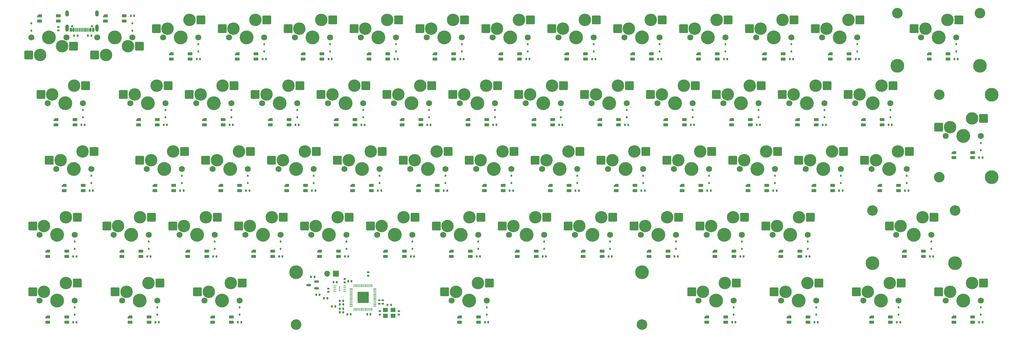
<source format=gbr>
%TF.GenerationSoftware,KiCad,Pcbnew,8.0.3*%
%TF.CreationDate,2024-11-28T23:23:20+08:00*%
%TF.ProjectId,PH60_Rev2,50483630-5f52-4657-9632-2e6b69636164,rev?*%
%TF.SameCoordinates,Original*%
%TF.FileFunction,Soldermask,Bot*%
%TF.FilePolarity,Negative*%
%FSLAX46Y46*%
G04 Gerber Fmt 4.6, Leading zero omitted, Abs format (unit mm)*
G04 Created by KiCad (PCBNEW 8.0.3) date 2024-11-28 23:23:20*
%MOMM*%
%LPD*%
G01*
G04 APERTURE LIST*
G04 Aperture macros list*
%AMRoundRect*
0 Rectangle with rounded corners*
0 $1 Rounding radius*
0 $2 $3 $4 $5 $6 $7 $8 $9 X,Y pos of 4 corners*
0 Add a 4 corners polygon primitive as box body*
4,1,4,$2,$3,$4,$5,$6,$7,$8,$9,$2,$3,0*
0 Add four circle primitives for the rounded corners*
1,1,$1+$1,$2,$3*
1,1,$1+$1,$4,$5*
1,1,$1+$1,$6,$7*
1,1,$1+$1,$8,$9*
0 Add four rect primitives between the rounded corners*
20,1,$1+$1,$2,$3,$4,$5,0*
20,1,$1+$1,$4,$5,$6,$7,0*
20,1,$1+$1,$6,$7,$8,$9,0*
20,1,$1+$1,$8,$9,$2,$3,0*%
%AMFreePoly0*
4,1,18,-0.410000,0.593000,-0.403758,0.624380,-0.385983,0.650983,-0.359380,0.668758,-0.328000,0.675000,0.328000,0.675000,0.359380,0.668758,0.385983,0.650983,0.403758,0.624380,0.410000,0.593000,0.410000,-0.593000,0.403758,-0.624380,0.385983,-0.650983,0.359380,-0.668758,0.328000,-0.675000,0.000000,-0.675000,-0.410000,-0.265000,-0.410000,0.593000,-0.410000,0.593000,$1*%
G04 Aperture macros list end*
%ADD10RoundRect,0.250000X-1.025000X-1.000000X1.025000X-1.000000X1.025000X1.000000X-1.025000X1.000000X0*%
%ADD11C,1.750000*%
%ADD12C,4.000000*%
%ADD13C,3.600000*%
%ADD14RoundRect,0.250000X1.025000X1.000000X-1.025000X1.000000X-1.025000X-1.000000X1.025000X-1.000000X0*%
%ADD15C,3.048000*%
%ADD16C,3.987800*%
%ADD17RoundRect,0.140000X-0.140000X-0.170000X0.140000X-0.170000X0.140000X0.170000X-0.140000X0.170000X0*%
%ADD18RoundRect,0.112500X0.112500X-0.187500X0.112500X0.187500X-0.112500X0.187500X-0.112500X-0.187500X0*%
%ADD19RoundRect,0.082000X-0.593000X0.328000X-0.593000X-0.328000X0.593000X-0.328000X0.593000X0.328000X0*%
%ADD20FreePoly0,270.000000*%
%ADD21RoundRect,0.140000X0.140000X0.170000X-0.140000X0.170000X-0.140000X-0.170000X0.140000X-0.170000X0*%
%ADD22RoundRect,0.140000X-0.170000X0.140000X-0.170000X-0.140000X0.170000X-0.140000X0.170000X0.140000X0*%
%ADD23RoundRect,0.150000X0.512500X0.150000X-0.512500X0.150000X-0.512500X-0.150000X0.512500X-0.150000X0*%
%ADD24RoundRect,0.050000X-0.050000X0.387500X-0.050000X-0.387500X0.050000X-0.387500X0.050000X0.387500X0*%
%ADD25RoundRect,0.050000X-0.387500X0.050000X-0.387500X-0.050000X0.387500X-0.050000X0.387500X0.050000X0*%
%ADD26R,3.200000X3.200000*%
%ADD27RoundRect,0.135000X-0.135000X-0.185000X0.135000X-0.185000X0.135000X0.185000X-0.135000X0.185000X0*%
%ADD28RoundRect,0.112500X-0.112500X0.187500X-0.112500X-0.187500X0.112500X-0.187500X0.112500X0.187500X0*%
%ADD29RoundRect,0.135000X0.135000X0.185000X-0.135000X0.185000X-0.135000X-0.185000X0.135000X-0.185000X0*%
%ADD30R,1.700000X1.700000*%
%ADD31O,1.700000X1.700000*%
%ADD32RoundRect,0.140000X0.170000X-0.140000X0.170000X0.140000X-0.170000X0.140000X-0.170000X-0.140000X0*%
%ADD33RoundRect,0.062500X0.387500X0.062500X-0.387500X0.062500X-0.387500X-0.062500X0.387500X-0.062500X0*%
%ADD34R,0.200000X1.600000*%
%ADD35RoundRect,0.135000X-0.185000X0.135000X-0.185000X-0.135000X0.185000X-0.135000X0.185000X0.135000X0*%
%ADD36C,0.650000*%
%ADD37RoundRect,0.150000X-0.150000X-0.425000X0.150000X-0.425000X0.150000X0.425000X-0.150000X0.425000X0*%
%ADD38RoundRect,0.075000X-0.075000X-0.500000X0.075000X-0.500000X0.075000X0.500000X-0.075000X0.500000X0*%
%ADD39O,1.000000X1.800000*%
%ADD40O,1.000000X2.100000*%
%ADD41R,1.400000X1.200000*%
G04 APERTURE END LIST*
D10*
%TO.C,S30*%
X64352500Y-73660000D03*
D11*
X66357500Y-76200000D03*
D12*
X71437500Y-76200000D03*
D11*
X76517500Y-76200000D03*
D10*
X77279500Y-71120000D03*
D13*
X67627500Y-73660000D03*
X73977500Y-71120000D03*
%TD*%
D10*
%TO.C,S27*%
X269140000Y-54610000D03*
D11*
X271145000Y-57150000D03*
D12*
X276225000Y-57150000D03*
D11*
X281305000Y-57150000D03*
D10*
X282067000Y-52070000D03*
D13*
X272415000Y-54610000D03*
X278765000Y-52070000D03*
%TD*%
D10*
%TO.C,S42*%
X33396250Y-92710000D03*
D11*
X35401250Y-95250000D03*
D12*
X40481250Y-95250000D03*
D11*
X45561250Y-95250000D03*
D10*
X46323250Y-90170000D03*
D13*
X36671250Y-92710000D03*
X43021250Y-90170000D03*
%TD*%
D10*
%TO.C,S32*%
X102452500Y-73660000D03*
D11*
X104457500Y-76200000D03*
D12*
X109537500Y-76200000D03*
D11*
X114617500Y-76200000D03*
D10*
X115379500Y-71120000D03*
D13*
X105727500Y-73660000D03*
X112077500Y-71120000D03*
%TD*%
D10*
%TO.C,S38*%
X216752500Y-73660000D03*
D11*
X218757500Y-76200000D03*
D12*
X223837500Y-76200000D03*
D11*
X228917500Y-76200000D03*
D10*
X229679500Y-71120000D03*
D13*
X220027500Y-73660000D03*
X226377500Y-71120000D03*
%TD*%
D10*
%TO.C,S35*%
X159602500Y-73660000D03*
D11*
X161607500Y-76200000D03*
D12*
X166687500Y-76200000D03*
D11*
X171767500Y-76200000D03*
D10*
X172529500Y-71120000D03*
D13*
X162877500Y-73660000D03*
X169227500Y-71120000D03*
%TD*%
D10*
%TO.C,S4*%
X88165000Y-35560000D03*
D11*
X90170000Y-38100000D03*
D12*
X95250000Y-38100000D03*
D11*
X100330000Y-38100000D03*
D10*
X101092000Y-33020000D03*
D13*
X91440000Y-35560000D03*
X97790000Y-33020000D03*
%TD*%
D14*
%TO.C,S2*%
X64235000Y-40640000D03*
D11*
X62230000Y-38100000D03*
D12*
X57150000Y-38100000D03*
D11*
X52070000Y-38100000D03*
D14*
X51308000Y-43180000D03*
D13*
X60960000Y-40640000D03*
X54610000Y-43180000D03*
%TD*%
D10*
%TO.C,S22*%
X173890000Y-54610000D03*
D11*
X175895000Y-57150000D03*
D12*
X180975000Y-57150000D03*
D11*
X186055000Y-57150000D03*
D10*
X186817000Y-52070000D03*
D13*
X177165000Y-54610000D03*
X183515000Y-52070000D03*
%TD*%
D10*
%TO.C,S28*%
X295333750Y-64135000D03*
D11*
X297338750Y-66675000D03*
D12*
X302418750Y-66675000D03*
D11*
X307498750Y-66675000D03*
D10*
X308260750Y-61595000D03*
D13*
X298608750Y-64135000D03*
X304958750Y-61595000D03*
%TD*%
D10*
%TO.C,S46*%
X111977500Y-92710000D03*
D11*
X113982500Y-95250000D03*
D12*
X119062500Y-95250000D03*
D11*
X124142500Y-95250000D03*
D10*
X124904500Y-90170000D03*
D13*
X115252500Y-92710000D03*
X121602500Y-90170000D03*
%TD*%
D15*
%TO.C,REF\u002A\u002A*%
X295433750Y-78613000D03*
D16*
X310643750Y-78613000D03*
D15*
X295433750Y-54737000D03*
D16*
X310643750Y-54737000D03*
%TD*%
D14*
%TO.C,S1*%
X45185000Y-40640000D03*
D11*
X43180000Y-38100000D03*
D12*
X38100000Y-38100000D03*
D11*
X33020000Y-38100000D03*
D14*
X32258000Y-43180000D03*
D13*
X41910000Y-40640000D03*
X35560000Y-43180000D03*
%TD*%
D10*
%TO.C,S54*%
X281046250Y-92710000D03*
D11*
X283051250Y-95250000D03*
D12*
X288131250Y-95250000D03*
D11*
X293211250Y-95250000D03*
D10*
X293973250Y-90170000D03*
D13*
X284321250Y-92710000D03*
X290671250Y-90170000D03*
%TD*%
D10*
%TO.C,S10*%
X202465000Y-35560000D03*
D11*
X204470000Y-38100000D03*
D12*
X209550000Y-38100000D03*
D11*
X214630000Y-38100000D03*
D10*
X215392000Y-33020000D03*
D13*
X205740000Y-35560000D03*
X212090000Y-33020000D03*
%TD*%
D15*
%TO.C,REF\u002A\u002A*%
X283337000Y-31115000D03*
D16*
X283337000Y-46325000D03*
D15*
X307213000Y-31115000D03*
D16*
X307213000Y-46325000D03*
%TD*%
D10*
%TO.C,S34*%
X140552500Y-73660000D03*
D11*
X142557500Y-76200000D03*
D12*
X147637500Y-76200000D03*
D11*
X152717500Y-76200000D03*
D10*
X153479500Y-71120000D03*
D13*
X143827500Y-73660000D03*
X150177500Y-71120000D03*
%TD*%
D10*
%TO.C,S15*%
X35777500Y-54610000D03*
D11*
X37782500Y-57150000D03*
D12*
X42862500Y-57150000D03*
D11*
X47942500Y-57150000D03*
D10*
X48704500Y-52070000D03*
D13*
X39052500Y-54610000D03*
X45402500Y-52070000D03*
%TD*%
D10*
%TO.C,S56*%
X57208750Y-111760000D03*
D11*
X59213750Y-114300000D03*
D12*
X64293750Y-114300000D03*
D11*
X69373750Y-114300000D03*
D10*
X70135750Y-109220000D03*
D13*
X60483750Y-111760000D03*
X66833750Y-109220000D03*
%TD*%
D10*
%TO.C,S20*%
X135790000Y-54610000D03*
D11*
X137795000Y-57150000D03*
D12*
X142875000Y-57150000D03*
D11*
X147955000Y-57150000D03*
D10*
X148717000Y-52070000D03*
D13*
X139065000Y-54610000D03*
X145415000Y-52070000D03*
%TD*%
D10*
%TO.C,S17*%
X78640000Y-54610000D03*
D11*
X80645000Y-57150000D03*
D12*
X85725000Y-57150000D03*
D11*
X90805000Y-57150000D03*
D10*
X91567000Y-52070000D03*
D13*
X81915000Y-54610000D03*
X88265000Y-52070000D03*
%TD*%
D10*
%TO.C,S31*%
X83402500Y-73660000D03*
D11*
X85407500Y-76200000D03*
D12*
X90487500Y-76200000D03*
D11*
X95567500Y-76200000D03*
D10*
X96329500Y-71120000D03*
D13*
X86677500Y-73660000D03*
X93027500Y-71120000D03*
%TD*%
D15*
%TO.C,REF\u002A\u002A*%
X276193250Y-88265000D03*
D16*
X276193250Y-103475000D03*
D15*
X300069250Y-88265000D03*
D16*
X300069250Y-103475000D03*
%TD*%
D10*
%TO.C,S48*%
X150077500Y-92710000D03*
D11*
X152082500Y-95250000D03*
D12*
X157162500Y-95250000D03*
D11*
X162242500Y-95250000D03*
D10*
X163004500Y-90170000D03*
D13*
X153352500Y-92710000D03*
X159702500Y-90170000D03*
%TD*%
D10*
%TO.C,S51*%
X207227500Y-92710000D03*
D11*
X209232500Y-95250000D03*
D12*
X214312500Y-95250000D03*
D11*
X219392500Y-95250000D03*
D10*
X220154500Y-90170000D03*
D13*
X210502500Y-92710000D03*
X216852500Y-90170000D03*
%TD*%
D10*
%TO.C,S23*%
X192940000Y-54610000D03*
D11*
X194945000Y-57150000D03*
D12*
X200025000Y-57150000D03*
D11*
X205105000Y-57150000D03*
D10*
X205867000Y-52070000D03*
D13*
X196215000Y-54610000D03*
X202565000Y-52070000D03*
%TD*%
D10*
%TO.C,S50*%
X188177500Y-92710000D03*
D11*
X190182500Y-95250000D03*
D12*
X195262500Y-95250000D03*
D11*
X200342500Y-95250000D03*
D10*
X201104500Y-90170000D03*
D13*
X191452500Y-92710000D03*
X197802500Y-90170000D03*
%TD*%
D10*
%TO.C,S18*%
X97690000Y-54610000D03*
D11*
X99695000Y-57150000D03*
D12*
X104775000Y-57150000D03*
D11*
X109855000Y-57150000D03*
D10*
X110617000Y-52070000D03*
D13*
X100965000Y-54610000D03*
X107315000Y-52070000D03*
%TD*%
D10*
%TO.C,S33*%
X121502500Y-73660000D03*
D11*
X123507500Y-76200000D03*
D12*
X128587500Y-76200000D03*
D11*
X133667500Y-76200000D03*
D10*
X134429500Y-71120000D03*
D13*
X124777500Y-73660000D03*
X131127500Y-71120000D03*
%TD*%
D10*
%TO.C,S61*%
X271521250Y-111760000D03*
D11*
X273526250Y-114300000D03*
D12*
X278606250Y-114300000D03*
D11*
X283686250Y-114300000D03*
D10*
X284448250Y-109220000D03*
D13*
X274796250Y-111760000D03*
X281146250Y-109220000D03*
%TD*%
D10*
%TO.C,S16*%
X59590000Y-54610000D03*
D11*
X61595000Y-57150000D03*
D12*
X66675000Y-57150000D03*
D11*
X71755000Y-57150000D03*
D10*
X72517000Y-52070000D03*
D13*
X62865000Y-54610000D03*
X69215000Y-52070000D03*
%TD*%
D10*
%TO.C,S60*%
X247708750Y-111760000D03*
D11*
X249713750Y-114300000D03*
D12*
X254793750Y-114300000D03*
D11*
X259873750Y-114300000D03*
D10*
X260635750Y-109220000D03*
D13*
X250983750Y-111760000D03*
X257333750Y-109220000D03*
%TD*%
D10*
%TO.C,S58*%
X152458750Y-111760000D03*
D11*
X154463750Y-114300000D03*
D12*
X159543750Y-114300000D03*
D11*
X164623750Y-114300000D03*
D10*
X165385750Y-109220000D03*
D13*
X155733750Y-111760000D03*
X162083750Y-109220000D03*
%TD*%
D10*
%TO.C,S24*%
X211990000Y-54610000D03*
D11*
X213995000Y-57150000D03*
D12*
X219075000Y-57150000D03*
D11*
X224155000Y-57150000D03*
D10*
X224917000Y-52070000D03*
D13*
X215265000Y-54610000D03*
X221615000Y-52070000D03*
%TD*%
D10*
%TO.C,S29*%
X38158750Y-73660000D03*
D11*
X40163750Y-76200000D03*
D12*
X45243750Y-76200000D03*
D11*
X50323750Y-76200000D03*
D10*
X51085750Y-71120000D03*
D13*
X41433750Y-73660000D03*
X47783750Y-71120000D03*
%TD*%
D10*
%TO.C,S37*%
X197702500Y-73660000D03*
D11*
X199707500Y-76200000D03*
D12*
X204787500Y-76200000D03*
D11*
X209867500Y-76200000D03*
D10*
X210629500Y-71120000D03*
D13*
X200977500Y-73660000D03*
X207327500Y-71120000D03*
%TD*%
D10*
%TO.C,S43*%
X54827500Y-92710000D03*
D11*
X56832500Y-95250000D03*
D12*
X61912500Y-95250000D03*
D11*
X66992500Y-95250000D03*
D10*
X67754500Y-90170000D03*
D13*
X58102500Y-92710000D03*
X64452500Y-90170000D03*
%TD*%
D10*
%TO.C,S3*%
X69115000Y-35560000D03*
D11*
X71120000Y-38100000D03*
D12*
X76200000Y-38100000D03*
D11*
X81280000Y-38100000D03*
D10*
X82042000Y-33020000D03*
D13*
X72390000Y-35560000D03*
X78740000Y-33020000D03*
%TD*%
D10*
%TO.C,S36*%
X178652500Y-73660000D03*
D11*
X180657500Y-76200000D03*
D12*
X185737500Y-76200000D03*
D11*
X190817500Y-76200000D03*
D10*
X191579500Y-71120000D03*
D13*
X181927500Y-73660000D03*
X188277500Y-71120000D03*
%TD*%
D10*
%TO.C,S6*%
X126265000Y-35560000D03*
D11*
X128270000Y-38100000D03*
D12*
X133350000Y-38100000D03*
D11*
X138430000Y-38100000D03*
D10*
X139192000Y-33020000D03*
D13*
X129540000Y-35560000D03*
X135890000Y-33020000D03*
%TD*%
D10*
%TO.C,S55*%
X33396250Y-111760000D03*
D11*
X35401250Y-114300000D03*
D12*
X40481250Y-114300000D03*
D11*
X45561250Y-114300000D03*
D10*
X46323250Y-109220000D03*
D13*
X36671250Y-111760000D03*
X43021250Y-109220000D03*
%TD*%
D10*
%TO.C,S25*%
X231040000Y-54610000D03*
D11*
X233045000Y-57150000D03*
D12*
X238125000Y-57150000D03*
D11*
X243205000Y-57150000D03*
D10*
X243967000Y-52070000D03*
D13*
X234315000Y-54610000D03*
X240665000Y-52070000D03*
%TD*%
D10*
%TO.C,S9*%
X183415000Y-35560000D03*
D11*
X185420000Y-38100000D03*
D12*
X190500000Y-38100000D03*
D11*
X195580000Y-38100000D03*
D10*
X196342000Y-33020000D03*
D13*
X186690000Y-35560000D03*
X193040000Y-33020000D03*
%TD*%
D10*
%TO.C,S26*%
X250090000Y-54610000D03*
D11*
X252095000Y-57150000D03*
D12*
X257175000Y-57150000D03*
D11*
X262255000Y-57150000D03*
D10*
X263017000Y-52070000D03*
D13*
X253365000Y-54610000D03*
X259715000Y-52070000D03*
%TD*%
D10*
%TO.C,S11*%
X221515000Y-35560000D03*
D11*
X223520000Y-38100000D03*
D12*
X228600000Y-38100000D03*
D11*
X233680000Y-38100000D03*
D10*
X234442000Y-33020000D03*
D13*
X224790000Y-35560000D03*
X231140000Y-33020000D03*
%TD*%
D10*
%TO.C,S59*%
X223896250Y-111760000D03*
D11*
X225901250Y-114300000D03*
D12*
X230981250Y-114300000D03*
D11*
X236061250Y-114300000D03*
D10*
X236823250Y-109220000D03*
D13*
X227171250Y-111760000D03*
X233521250Y-109220000D03*
%TD*%
D10*
%TO.C,S53*%
X245327500Y-92710000D03*
D11*
X247332500Y-95250000D03*
D12*
X252412500Y-95250000D03*
D11*
X257492500Y-95250000D03*
D10*
X258254500Y-90170000D03*
D13*
X248602500Y-92710000D03*
X254952500Y-90170000D03*
%TD*%
D10*
%TO.C,S12*%
X240565000Y-35560000D03*
D11*
X242570000Y-38100000D03*
D12*
X247650000Y-38100000D03*
D11*
X252730000Y-38100000D03*
D10*
X253492000Y-33020000D03*
D13*
X243840000Y-35560000D03*
X250190000Y-33020000D03*
%TD*%
D10*
%TO.C,S57*%
X81021250Y-111760000D03*
D11*
X83026250Y-114300000D03*
D12*
X88106250Y-114300000D03*
D11*
X93186250Y-114300000D03*
D10*
X93948250Y-109220000D03*
D13*
X84296250Y-111760000D03*
X90646250Y-109220000D03*
%TD*%
D10*
%TO.C,S8*%
X164365000Y-35560000D03*
D11*
X166370000Y-38100000D03*
D12*
X171450000Y-38100000D03*
D11*
X176530000Y-38100000D03*
D10*
X177292000Y-33020000D03*
D13*
X167640000Y-35560000D03*
X173990000Y-33020000D03*
%TD*%
D10*
%TO.C,S13*%
X259615000Y-35560000D03*
D11*
X261620000Y-38100000D03*
D12*
X266700000Y-38100000D03*
D11*
X271780000Y-38100000D03*
D10*
X272542000Y-33020000D03*
D13*
X262890000Y-35560000D03*
X269240000Y-33020000D03*
%TD*%
D10*
%TO.C,S14*%
X288190000Y-35560000D03*
D11*
X290195000Y-38100000D03*
D12*
X295275000Y-38100000D03*
D11*
X300355000Y-38100000D03*
D10*
X301117000Y-33020000D03*
D13*
X291465000Y-35560000D03*
X297815000Y-33020000D03*
%TD*%
D10*
%TO.C,S21*%
X154840000Y-54610000D03*
D11*
X156845000Y-57150000D03*
D12*
X161925000Y-57150000D03*
D11*
X167005000Y-57150000D03*
D10*
X167767000Y-52070000D03*
D13*
X158115000Y-54610000D03*
X164465000Y-52070000D03*
%TD*%
D10*
%TO.C,S19*%
X116740000Y-54610000D03*
D11*
X118745000Y-57150000D03*
D12*
X123825000Y-57150000D03*
D11*
X128905000Y-57150000D03*
D10*
X129667000Y-52070000D03*
D13*
X120015000Y-54610000D03*
X126365000Y-52070000D03*
%TD*%
D15*
%TO.C,REF\u002A\u002A*%
X209543750Y-121285000D03*
D16*
X209543750Y-106075000D03*
D15*
X109543750Y-121285000D03*
D16*
X109543750Y-106075000D03*
%TD*%
D10*
%TO.C,S5*%
X107215000Y-35560000D03*
D11*
X109220000Y-38100000D03*
D12*
X114300000Y-38100000D03*
D11*
X119380000Y-38100000D03*
D10*
X120142000Y-33020000D03*
D13*
X110490000Y-35560000D03*
X116840000Y-33020000D03*
%TD*%
D10*
%TO.C,S45*%
X92927500Y-92710000D03*
D11*
X94932500Y-95250000D03*
D12*
X100012500Y-95250000D03*
D11*
X105092500Y-95250000D03*
D10*
X105854500Y-90170000D03*
D13*
X96202500Y-92710000D03*
X102552500Y-90170000D03*
%TD*%
D10*
%TO.C,S62*%
X295333750Y-111760000D03*
D11*
X297338750Y-114300000D03*
D12*
X302418750Y-114300000D03*
D11*
X307498750Y-114300000D03*
D10*
X308260750Y-109220000D03*
D13*
X298608750Y-111760000D03*
X304958750Y-109220000D03*
%TD*%
D10*
%TO.C,S52*%
X226277500Y-92710000D03*
D11*
X228282500Y-95250000D03*
D12*
X233362500Y-95250000D03*
D11*
X238442500Y-95250000D03*
D10*
X239204500Y-90170000D03*
D13*
X229552500Y-92710000D03*
X235902500Y-90170000D03*
%TD*%
D10*
%TO.C,S7*%
X145315000Y-35560000D03*
D11*
X147320000Y-38100000D03*
D12*
X152400000Y-38100000D03*
D11*
X157480000Y-38100000D03*
D10*
X158242000Y-33020000D03*
D13*
X148590000Y-35560000D03*
X154940000Y-33020000D03*
%TD*%
D10*
%TO.C,S41*%
X273902500Y-73660000D03*
D11*
X275907500Y-76200000D03*
D12*
X280987500Y-76200000D03*
D11*
X286067500Y-76200000D03*
D10*
X286829500Y-71120000D03*
D13*
X277177500Y-73660000D03*
X283527500Y-71120000D03*
%TD*%
D10*
%TO.C,S49*%
X169127500Y-92710000D03*
D11*
X171132500Y-95250000D03*
D12*
X176212500Y-95250000D03*
D11*
X181292500Y-95250000D03*
D10*
X182054500Y-90170000D03*
D13*
X172402500Y-92710000D03*
X178752500Y-90170000D03*
%TD*%
D10*
%TO.C,S44*%
X73877500Y-92710000D03*
D11*
X75882500Y-95250000D03*
D12*
X80962500Y-95250000D03*
D11*
X86042500Y-95250000D03*
D10*
X86804500Y-90170000D03*
D13*
X77152500Y-92710000D03*
X83502500Y-90170000D03*
%TD*%
D10*
%TO.C,S39*%
X235802500Y-73660000D03*
D11*
X237807500Y-76200000D03*
D12*
X242887500Y-76200000D03*
D11*
X247967500Y-76200000D03*
D10*
X248729500Y-71120000D03*
D13*
X239077500Y-73660000D03*
X245427500Y-71120000D03*
%TD*%
D10*
%TO.C,S40*%
X254852500Y-73660000D03*
D11*
X256857500Y-76200000D03*
D12*
X261937500Y-76200000D03*
D11*
X267017500Y-76200000D03*
D10*
X267779500Y-71120000D03*
D13*
X258127500Y-73660000D03*
X264477500Y-71120000D03*
%TD*%
D10*
%TO.C,S47*%
X131027500Y-92710000D03*
D11*
X133032500Y-95250000D03*
D12*
X138112500Y-95250000D03*
D11*
X143192500Y-95250000D03*
D10*
X143954500Y-90170000D03*
D13*
X134302500Y-92710000D03*
X140652500Y-90170000D03*
%TD*%
D17*
%TO.C,RGBC15*%
X47462500Y-63400000D03*
X48422500Y-63400000D03*
%TD*%
D18*
%TO.C,D21*%
X167005000Y-61230000D03*
X167005000Y-59130000D03*
%TD*%
D17*
%TO.C,RGBC49*%
X180812500Y-101500000D03*
X181772500Y-101500000D03*
%TD*%
%TO.C,RGBC28*%
X307018750Y-72925000D03*
X307978750Y-72925000D03*
%TD*%
D19*
%TO.C,RGB20*%
X145600000Y-63400000D03*
X145600000Y-61900000D03*
D20*
X140150000Y-61900000D03*
D19*
X140150000Y-63400000D03*
%TD*%
D21*
%TO.C,C13*%
X125305000Y-118275000D03*
X124345000Y-118275000D03*
%TD*%
D22*
%TO.C,C3*%
X133737500Y-117370000D03*
X133737500Y-118330000D03*
%TD*%
D18*
%TO.C,D46*%
X124142500Y-99330000D03*
X124142500Y-97230000D03*
%TD*%
D17*
%TO.C,RGBC58*%
X164143750Y-120550000D03*
X165103750Y-120550000D03*
%TD*%
%TO.C,RGBC14*%
X299875000Y-44350000D03*
X300835000Y-44350000D03*
%TD*%
D18*
%TO.C,D55*%
X45561250Y-118380000D03*
X45561250Y-116280000D03*
%TD*%
D19*
%TO.C,RGB58*%
X162268750Y-120550000D03*
X162268750Y-119050000D03*
D20*
X156818750Y-119050000D03*
D19*
X156818750Y-120550000D03*
%TD*%
%TO.C,RGB14*%
X298000000Y-44350000D03*
X298000000Y-42850000D03*
D20*
X292550000Y-42850000D03*
D19*
X292550000Y-44350000D03*
%TD*%
D17*
%TO.C,RGBC21*%
X166525000Y-63400000D03*
X167485000Y-63400000D03*
%TD*%
D21*
%TO.C,C8*%
X120855000Y-116000000D03*
X119895000Y-116000000D03*
%TD*%
D17*
%TO.C,C18*%
X115370000Y-112625000D03*
X116330000Y-112625000D03*
%TD*%
D23*
%TO.C,U1*%
X115425000Y-108825000D03*
X115425000Y-110725000D03*
X113150000Y-109775000D03*
%TD*%
D19*
%TO.C,RGB55*%
X43206250Y-120550000D03*
X43206250Y-119050000D03*
D20*
X37756250Y-119050000D03*
D19*
X37756250Y-120550000D03*
%TD*%
D18*
%TO.C,D7*%
X157480000Y-42180000D03*
X157480000Y-40080000D03*
%TD*%
D24*
%TO.C,U3*%
X126300000Y-109962500D03*
X126700000Y-109962500D03*
X127100000Y-109962500D03*
X127500000Y-109962500D03*
X127900000Y-109962500D03*
X128300000Y-109962500D03*
X128700000Y-109962500D03*
X129100000Y-109962500D03*
X129500000Y-109962500D03*
X129900000Y-109962500D03*
X130300000Y-109962500D03*
X130700000Y-109962500D03*
X131100000Y-109962500D03*
X131500000Y-109962500D03*
D25*
X132337500Y-110800000D03*
X132337500Y-111200000D03*
X132337500Y-111600000D03*
X132337500Y-112000000D03*
X132337500Y-112400000D03*
X132337500Y-112800000D03*
X132337500Y-113200000D03*
X132337500Y-113600000D03*
X132337500Y-114000000D03*
X132337500Y-114400000D03*
X132337500Y-114800000D03*
X132337500Y-115200000D03*
X132337500Y-115600000D03*
X132337500Y-116000000D03*
D24*
X131500000Y-116837500D03*
X131100000Y-116837500D03*
X130700000Y-116837500D03*
X130300000Y-116837500D03*
X129900000Y-116837500D03*
X129500000Y-116837500D03*
X129100000Y-116837500D03*
X128700000Y-116837500D03*
X128300000Y-116837500D03*
X127900000Y-116837500D03*
X127500000Y-116837500D03*
X127100000Y-116837500D03*
X126700000Y-116837500D03*
X126300000Y-116837500D03*
D25*
X125462500Y-116000000D03*
X125462500Y-115600000D03*
X125462500Y-115200000D03*
X125462500Y-114800000D03*
X125462500Y-114400000D03*
X125462500Y-114000000D03*
X125462500Y-113600000D03*
X125462500Y-113200000D03*
X125462500Y-112800000D03*
X125462500Y-112400000D03*
X125462500Y-112000000D03*
X125462500Y-111600000D03*
X125462500Y-111200000D03*
X125462500Y-110800000D03*
D26*
X128900000Y-113400000D03*
%TD*%
D18*
%TO.C,D15*%
X47942500Y-61230000D03*
X47942500Y-59130000D03*
%TD*%
D19*
%TO.C,RGB57*%
X90831250Y-120550000D03*
X90831250Y-119050000D03*
D20*
X85381250Y-119050000D03*
D19*
X85381250Y-120550000D03*
%TD*%
D17*
%TO.C,RGBC62*%
X307018750Y-120550000D03*
X307978750Y-120550000D03*
%TD*%
D19*
%TO.C,RGB38*%
X226562500Y-82450000D03*
X226562500Y-80950000D03*
D20*
X221112500Y-80950000D03*
D19*
X221112500Y-82450000D03*
%TD*%
%TO.C,RGB37*%
X207512500Y-82450000D03*
X207512500Y-80950000D03*
D20*
X202062500Y-80950000D03*
D19*
X202062500Y-82450000D03*
%TD*%
D18*
%TO.C,D43*%
X66992500Y-99330000D03*
X66992500Y-97230000D03*
%TD*%
D17*
%TO.C,RGBC34*%
X152237500Y-82450000D03*
X153197500Y-82450000D03*
%TD*%
D18*
%TO.C,D22*%
X186055000Y-61230000D03*
X186055000Y-59130000D03*
%TD*%
%TO.C,D44*%
X86042500Y-99330000D03*
X86042500Y-97230000D03*
%TD*%
D27*
%TO.C,R5*%
X135977500Y-115600000D03*
X136997500Y-115600000D03*
%TD*%
D19*
%TO.C,RGB52*%
X236087500Y-101500000D03*
X236087500Y-100000000D03*
D20*
X230637500Y-100000000D03*
D19*
X230637500Y-101500000D03*
%TD*%
D17*
%TO.C,RGBC51*%
X218912500Y-101500000D03*
X219872500Y-101500000D03*
%TD*%
D27*
%TO.C,R7*%
X49375000Y-37575000D03*
X50395000Y-37575000D03*
%TD*%
D18*
%TO.C,D58*%
X164623750Y-118380000D03*
X164623750Y-116280000D03*
%TD*%
%TO.C,D20*%
X147955000Y-61230000D03*
X147955000Y-59130000D03*
%TD*%
D19*
%TO.C,RGB3*%
X78925000Y-44350000D03*
X78925000Y-42850000D03*
D20*
X73475000Y-42850000D03*
D19*
X73475000Y-44350000D03*
%TD*%
D17*
%TO.C,RGBC32*%
X114137500Y-82450000D03*
X115097500Y-82450000D03*
%TD*%
D19*
%TO.C,RGB60*%
X257518750Y-120550000D03*
X257518750Y-119050000D03*
D20*
X252068750Y-119050000D03*
D19*
X252068750Y-120550000D03*
%TD*%
D17*
%TO.C,RGBC30*%
X76037500Y-82450000D03*
X76997500Y-82450000D03*
%TD*%
D19*
%TO.C,RGB5*%
X117025000Y-44350000D03*
X117025000Y-42850000D03*
D20*
X111575000Y-42850000D03*
D19*
X111575000Y-44350000D03*
%TD*%
%TO.C,RGB16*%
X69400000Y-63400000D03*
X69400000Y-61900000D03*
D20*
X63950000Y-61900000D03*
D19*
X63950000Y-63400000D03*
%TD*%
D18*
%TO.C,D19*%
X128905000Y-61230000D03*
X128905000Y-59130000D03*
%TD*%
D21*
%TO.C,C16*%
X118567500Y-113600000D03*
X117607500Y-113600000D03*
%TD*%
D18*
%TO.C,D4*%
X100330000Y-42180000D03*
X100330000Y-40080000D03*
%TD*%
%TO.C,D13*%
X271780000Y-42180000D03*
X271780000Y-40080000D03*
%TD*%
%TO.C,D29*%
X50323750Y-80280000D03*
X50323750Y-78180000D03*
%TD*%
D19*
%TO.C,RGB24*%
X221800000Y-63400000D03*
X221800000Y-61900000D03*
D20*
X216350000Y-61900000D03*
D19*
X216350000Y-63400000D03*
%TD*%
D18*
%TO.C,D11*%
X233680000Y-42180000D03*
X233680000Y-40080000D03*
%TD*%
D17*
%TO.C,C5*%
X120357500Y-109000000D03*
X121317500Y-109000000D03*
%TD*%
D19*
%TO.C,RGB18*%
X107500000Y-63400000D03*
X107500000Y-61900000D03*
D20*
X102050000Y-61900000D03*
D19*
X102050000Y-63400000D03*
%TD*%
%TO.C,RGB27*%
X278950000Y-63400000D03*
X278950000Y-61900000D03*
D20*
X273500000Y-61900000D03*
D19*
X273500000Y-63400000D03*
%TD*%
%TO.C,RGB34*%
X150362500Y-82450000D03*
X150362500Y-80950000D03*
D20*
X144912500Y-80950000D03*
D19*
X144912500Y-82450000D03*
%TD*%
D17*
%TO.C,RGBC43*%
X66512500Y-101500000D03*
X67472500Y-101500000D03*
%TD*%
D19*
%TO.C,RGB47*%
X140837500Y-101500000D03*
X140837500Y-100000000D03*
D20*
X135387500Y-100000000D03*
D19*
X135387500Y-101500000D03*
%TD*%
D17*
%TO.C,C9*%
X130107500Y-118250000D03*
X131067500Y-118250000D03*
%TD*%
D28*
%TO.C,D2*%
X62230000Y-34020000D03*
X62230000Y-36120000D03*
%TD*%
D19*
%TO.C,RGB29*%
X47968750Y-82450000D03*
X47968750Y-80950000D03*
D20*
X42518750Y-80950000D03*
D19*
X42518750Y-82450000D03*
%TD*%
%TO.C,RGB7*%
X155125000Y-44350000D03*
X155125000Y-42850000D03*
D20*
X149675000Y-42850000D03*
D19*
X149675000Y-44350000D03*
%TD*%
D18*
%TO.C,D34*%
X152717500Y-80280000D03*
X152717500Y-78180000D03*
%TD*%
D17*
%TO.C,RGBC35*%
X171287500Y-82450000D03*
X172247500Y-82450000D03*
%TD*%
D19*
%TO.C,RGB48*%
X159887500Y-101500000D03*
X159887500Y-100000000D03*
D20*
X154437500Y-100000000D03*
D19*
X154437500Y-101500000D03*
%TD*%
D17*
%TO.C,RGBC42*%
X45081250Y-101500000D03*
X46041250Y-101500000D03*
%TD*%
D18*
%TO.C,D27*%
X281305000Y-61230000D03*
X281305000Y-59130000D03*
%TD*%
D17*
%TO.C,RGBC41*%
X285587500Y-82450000D03*
X286547500Y-82450000D03*
%TD*%
%TO.C,RGBC52*%
X237962500Y-101500000D03*
X238922500Y-101500000D03*
%TD*%
D19*
%TO.C,RGB4*%
X97975000Y-44350000D03*
X97975000Y-42850000D03*
D20*
X92525000Y-42850000D03*
D19*
X92525000Y-44350000D03*
%TD*%
%TO.C,RGB17*%
X88450000Y-63400000D03*
X88450000Y-61900000D03*
D20*
X83000000Y-61900000D03*
D19*
X83000000Y-63400000D03*
%TD*%
%TO.C,RGB9*%
X193225000Y-44350000D03*
X193225000Y-42850000D03*
D20*
X187775000Y-42850000D03*
D19*
X187775000Y-44350000D03*
%TD*%
%TO.C,RGB59*%
X233706250Y-120550000D03*
X233706250Y-119050000D03*
D20*
X228256250Y-119050000D03*
D19*
X228256250Y-120550000D03*
%TD*%
D27*
%TO.C,R3*%
X122131814Y-114400000D03*
X123151814Y-114400000D03*
%TD*%
D18*
%TO.C,D18*%
X109855000Y-61230000D03*
X109855000Y-59130000D03*
%TD*%
%TO.C,D30*%
X76517500Y-80280000D03*
X76517500Y-78180000D03*
%TD*%
D17*
%TO.C,RGBC37*%
X209387500Y-82450000D03*
X210347500Y-82450000D03*
%TD*%
D18*
%TO.C,D57*%
X93186250Y-118380000D03*
X93186250Y-116280000D03*
%TD*%
%TO.C,D45*%
X105092500Y-99330000D03*
X105092500Y-97230000D03*
%TD*%
D19*
%TO.C,RGB35*%
X169412500Y-82450000D03*
X169412500Y-80950000D03*
D20*
X163962500Y-80950000D03*
D19*
X163962500Y-82450000D03*
%TD*%
D17*
%TO.C,RGBC44*%
X85562500Y-101500000D03*
X86522500Y-101500000D03*
%TD*%
D21*
%TO.C,C14*%
X125567500Y-108750000D03*
X124607500Y-108750000D03*
%TD*%
D17*
%TO.C,RGBC27*%
X280825000Y-63400000D03*
X281785000Y-63400000D03*
%TD*%
D21*
%TO.C,C10*%
X123130000Y-116675000D03*
X122170000Y-116675000D03*
%TD*%
D18*
%TO.C,D31*%
X95567500Y-80280000D03*
X95567500Y-78180000D03*
%TD*%
D17*
%TO.C,RGBC3*%
X80800000Y-44350000D03*
X81760000Y-44350000D03*
%TD*%
D18*
%TO.C,D61*%
X283686250Y-118380000D03*
X283686250Y-116280000D03*
%TD*%
D29*
%TO.C,R6*%
X46375000Y-37575000D03*
X45355000Y-37575000D03*
%TD*%
D18*
%TO.C,D16*%
X71755000Y-61230000D03*
X71755000Y-59130000D03*
%TD*%
D17*
%TO.C,RGBC10*%
X214150000Y-44350000D03*
X215110000Y-44350000D03*
%TD*%
D19*
%TO.C,RGB46*%
X121787500Y-101500000D03*
X121787500Y-100000000D03*
D20*
X116337500Y-100000000D03*
D19*
X116337500Y-101500000D03*
%TD*%
D17*
%TO.C,RGBC4*%
X99850000Y-44350000D03*
X100810000Y-44350000D03*
%TD*%
D18*
%TO.C,D6*%
X138430000Y-42180000D03*
X138430000Y-40080000D03*
%TD*%
D17*
%TO.C,RGBC26*%
X261775000Y-63400000D03*
X262735000Y-63400000D03*
%TD*%
D18*
%TO.C,D48*%
X162242500Y-99330000D03*
X162242500Y-97230000D03*
%TD*%
D19*
%TO.C,RGB44*%
X83687500Y-101500000D03*
X83687500Y-100000000D03*
D20*
X78237500Y-100000000D03*
D19*
X78237500Y-101500000D03*
%TD*%
%TO.C,RGB23*%
X202750000Y-63400000D03*
X202750000Y-61900000D03*
D20*
X197300000Y-61900000D03*
D19*
X197300000Y-63400000D03*
%TD*%
%TO.C,RGB50*%
X197987500Y-101500000D03*
X197987500Y-100000000D03*
D20*
X192537500Y-100000000D03*
D19*
X192537500Y-101500000D03*
%TD*%
%TO.C,RGB33*%
X131312500Y-82450000D03*
X131312500Y-80950000D03*
D20*
X125862500Y-80950000D03*
D19*
X125862500Y-82450000D03*
%TD*%
D30*
%TO.C,J2*%
X121087500Y-106500000D03*
D31*
X118547500Y-106500000D03*
%TD*%
D19*
%TO.C,RGB26*%
X259900000Y-63400000D03*
X259900000Y-61900000D03*
D20*
X254450000Y-61900000D03*
D19*
X254450000Y-63400000D03*
%TD*%
D17*
%TO.C,RGBC13*%
X271300000Y-44350000D03*
X272260000Y-44350000D03*
%TD*%
%TO.C,RGBC16*%
X71275000Y-63400000D03*
X72235000Y-63400000D03*
%TD*%
D18*
%TO.C,D24*%
X224155000Y-61230000D03*
X224155000Y-59130000D03*
%TD*%
D32*
%TO.C,C2*%
X139237500Y-118330000D03*
X139237500Y-117370000D03*
%TD*%
D17*
%TO.C,RGBC17*%
X90325000Y-63400000D03*
X91285000Y-63400000D03*
%TD*%
%TO.C,RGBC8*%
X176050000Y-44350000D03*
X177010000Y-44350000D03*
%TD*%
%TO.C,RGBC53*%
X257012500Y-101500000D03*
X257972500Y-101500000D03*
%TD*%
D18*
%TO.C,D35*%
X171767500Y-80280000D03*
X171767500Y-78180000D03*
%TD*%
D19*
%TO.C,RGB61*%
X281331250Y-120550000D03*
X281331250Y-119050000D03*
D20*
X275881250Y-119050000D03*
D19*
X275881250Y-120550000D03*
%TD*%
D17*
%TO.C,RGBC59*%
X235581250Y-120550000D03*
X236541250Y-120550000D03*
%TD*%
D18*
%TO.C,D38*%
X228917500Y-80280000D03*
X228917500Y-78180000D03*
%TD*%
D17*
%TO.C,RGBC5*%
X118900000Y-44350000D03*
X119860000Y-44350000D03*
%TD*%
D19*
%TO.C,RGB62*%
X305143750Y-120550000D03*
X305143750Y-119050000D03*
D20*
X299693750Y-119050000D03*
D19*
X299693750Y-120550000D03*
%TD*%
%TO.C,RGB49*%
X178937500Y-101500000D03*
X178937500Y-100000000D03*
D20*
X173487500Y-100000000D03*
D19*
X173487500Y-101500000D03*
%TD*%
D17*
%TO.C,RGBC60*%
X259393750Y-120550000D03*
X260353750Y-120550000D03*
%TD*%
D22*
%TO.C,C12*%
X134587500Y-114250000D03*
X134587500Y-115210000D03*
%TD*%
D19*
%TO.C,RGB28*%
X305143750Y-72925000D03*
X305143750Y-71425000D03*
D20*
X299693750Y-71425000D03*
D19*
X299693750Y-72925000D03*
%TD*%
D17*
%TO.C,RGBC22*%
X185575000Y-63400000D03*
X186535000Y-63400000D03*
%TD*%
D18*
%TO.C,D62*%
X307498750Y-118380000D03*
X307498750Y-116280000D03*
%TD*%
D19*
%TO.C,RGB13*%
X269425000Y-44350000D03*
X269425000Y-42850000D03*
D20*
X263975000Y-42850000D03*
D19*
X263975000Y-44350000D03*
%TD*%
%TO.C,RGB12*%
X250375000Y-44350000D03*
X250375000Y-42850000D03*
D20*
X244925000Y-42850000D03*
D19*
X244925000Y-44350000D03*
%TD*%
D21*
%TO.C,C11*%
X123155000Y-117725000D03*
X122195000Y-117725000D03*
%TD*%
D17*
%TO.C,RGBC18*%
X109375000Y-63400000D03*
X110335000Y-63400000D03*
%TD*%
%TO.C,RGBC7*%
X157000000Y-44350000D03*
X157960000Y-44350000D03*
%TD*%
D19*
%TO.C,RGB54*%
X290856250Y-101500000D03*
X290856250Y-100000000D03*
D20*
X285406250Y-100000000D03*
D19*
X285406250Y-101500000D03*
%TD*%
%TO.C,RGB41*%
X283712500Y-82450000D03*
X283712500Y-80950000D03*
D20*
X278262500Y-80950000D03*
D19*
X278262500Y-82450000D03*
%TD*%
%TO.C,RGB2*%
X59875000Y-33350000D03*
X59875000Y-31850000D03*
D20*
X54425000Y-31850000D03*
D19*
X54425000Y-33350000D03*
%TD*%
D17*
%TO.C,RGBC50*%
X199862500Y-101500000D03*
X200822500Y-101500000D03*
%TD*%
D19*
%TO.C,RGB43*%
X64637500Y-101500000D03*
X64637500Y-100000000D03*
D20*
X59187500Y-100000000D03*
D19*
X59187500Y-101500000D03*
%TD*%
D17*
%TO.C,RGBC25*%
X242725000Y-63400000D03*
X243685000Y-63400000D03*
%TD*%
D19*
%TO.C,RGB1*%
X40825000Y-33350000D03*
X40825000Y-31850000D03*
D20*
X35375000Y-31850000D03*
D19*
X35375000Y-33350000D03*
%TD*%
D18*
%TO.C,D56*%
X69373750Y-118380000D03*
X69373750Y-116280000D03*
%TD*%
D32*
%TO.C,C15*%
X130325000Y-107075000D03*
X130325000Y-106115000D03*
%TD*%
D17*
%TO.C,RGBC29*%
X49843750Y-82450000D03*
X50803750Y-82450000D03*
%TD*%
D18*
%TO.C,D49*%
X181292500Y-99330000D03*
X181292500Y-97230000D03*
%TD*%
D19*
%TO.C,RGB40*%
X264662500Y-82450000D03*
X264662500Y-80950000D03*
D20*
X259212500Y-80950000D03*
D19*
X259212500Y-82450000D03*
%TD*%
%TO.C,RGB22*%
X183700000Y-63400000D03*
X183700000Y-61900000D03*
D20*
X178250000Y-61900000D03*
D19*
X178250000Y-63400000D03*
%TD*%
D18*
%TO.C,D59*%
X236061250Y-118380000D03*
X236061250Y-116280000D03*
%TD*%
D17*
%TO.C,RGBC2*%
X61750000Y-31850000D03*
X62710000Y-31850000D03*
%TD*%
%TO.C,RGBC57*%
X92706250Y-120550000D03*
X93666250Y-120550000D03*
%TD*%
D27*
%TO.C,R4*%
X122131814Y-115400000D03*
X123151814Y-115400000D03*
%TD*%
D19*
%TO.C,RGB6*%
X136075000Y-44350000D03*
X136075000Y-42850000D03*
D20*
X130625000Y-42850000D03*
D19*
X130625000Y-44350000D03*
%TD*%
D18*
%TO.C,D54*%
X293211250Y-99330000D03*
X293211250Y-97230000D03*
%TD*%
%TO.C,D17*%
X90805000Y-61230000D03*
X90805000Y-59130000D03*
%TD*%
D19*
%TO.C,RGB53*%
X255137500Y-101500000D03*
X255137500Y-100000000D03*
D20*
X249687500Y-100000000D03*
D19*
X249687500Y-101500000D03*
%TD*%
D17*
%TO.C,RGBC54*%
X292731250Y-101500000D03*
X293691250Y-101500000D03*
%TD*%
D18*
%TO.C,D60*%
X259873750Y-118380000D03*
X259873750Y-116280000D03*
%TD*%
D33*
%TO.C,U2*%
X123562500Y-110075000D03*
X123562500Y-110575000D03*
X123562500Y-111075000D03*
X123562500Y-111575000D03*
X120712500Y-111575000D03*
X120712500Y-111075000D03*
X120712500Y-110575000D03*
X120712500Y-110075000D03*
D34*
X122137500Y-110825000D03*
%TD*%
D19*
%TO.C,RGB45*%
X102737500Y-101500000D03*
X102737500Y-100000000D03*
D20*
X97287500Y-100000000D03*
D19*
X97287500Y-101500000D03*
%TD*%
D17*
%TO.C,RGBC33*%
X133187500Y-82450000D03*
X134147500Y-82450000D03*
%TD*%
D35*
%TO.C,R1*%
X123562500Y-108000000D03*
X123562500Y-109020000D03*
%TD*%
D36*
%TO.C,J1*%
X44735000Y-34855000D03*
X50515000Y-34855000D03*
D37*
X44425000Y-35930000D03*
X45225000Y-35930000D03*
D38*
X46375000Y-35930000D03*
X47375000Y-35930000D03*
X47875000Y-35930000D03*
X48875000Y-35930000D03*
D37*
X50025000Y-35930000D03*
X50825000Y-35930000D03*
X50825000Y-35930000D03*
X50025000Y-35930000D03*
D38*
X49375000Y-35930000D03*
X48375000Y-35930000D03*
X46875000Y-35930000D03*
X45875000Y-35930000D03*
D37*
X45225000Y-35930000D03*
X44425000Y-35930000D03*
D39*
X43305000Y-31175000D03*
D40*
X43305000Y-35355000D03*
D39*
X51945000Y-31175000D03*
D40*
X51945000Y-35355000D03*
%TD*%
D17*
%TO.C,RGBC6*%
X137950000Y-44350000D03*
X138910000Y-44350000D03*
%TD*%
D19*
%TO.C,RGB56*%
X67018750Y-120550000D03*
X67018750Y-119050000D03*
D20*
X61568750Y-119050000D03*
D19*
X61568750Y-120550000D03*
%TD*%
D17*
%TO.C,RGBC46*%
X123662500Y-101500000D03*
X124622500Y-101500000D03*
%TD*%
D19*
%TO.C,RGB31*%
X93212500Y-82450000D03*
X93212500Y-80950000D03*
D20*
X87762500Y-80950000D03*
D19*
X87762500Y-82450000D03*
%TD*%
D32*
%TO.C,C7*%
X118837500Y-111795758D03*
X118837500Y-110835758D03*
%TD*%
D17*
%TO.C,RGBC45*%
X104612500Y-101500000D03*
X105572500Y-101500000D03*
%TD*%
D18*
%TO.C,D26*%
X262255000Y-61230000D03*
X262255000Y-59130000D03*
%TD*%
D17*
%TO.C,RGBC11*%
X233200000Y-44350000D03*
X234160000Y-44350000D03*
%TD*%
D19*
%TO.C,RGB25*%
X240850000Y-63400000D03*
X240850000Y-61900000D03*
D20*
X235400000Y-61900000D03*
D19*
X235400000Y-63400000D03*
%TD*%
D17*
%TO.C,RGBC38*%
X228437500Y-82450000D03*
X229397500Y-82450000D03*
%TD*%
%TO.C,RGBC20*%
X147475000Y-63400000D03*
X148435000Y-63400000D03*
%TD*%
D18*
%TO.C,D5*%
X119380000Y-42180000D03*
X119380000Y-40080000D03*
%TD*%
D19*
%TO.C,RGB10*%
X212275000Y-44350000D03*
X212275000Y-42850000D03*
D20*
X206825000Y-42850000D03*
D19*
X206825000Y-44350000D03*
%TD*%
D18*
%TO.C,D12*%
X252730000Y-42180000D03*
X252730000Y-40080000D03*
%TD*%
D22*
%TO.C,RGBC1*%
X40825000Y-35095000D03*
X40825000Y-36055000D03*
%TD*%
D19*
%TO.C,RGB51*%
X217037500Y-101500000D03*
X217037500Y-100000000D03*
D20*
X211587500Y-100000000D03*
D19*
X211587500Y-101500000D03*
%TD*%
D18*
%TO.C,D9*%
X195580000Y-42180000D03*
X195580000Y-40080000D03*
%TD*%
D17*
%TO.C,RGBC39*%
X247487500Y-82450000D03*
X248447500Y-82450000D03*
%TD*%
D19*
%TO.C,RGB8*%
X174175000Y-44350000D03*
X174175000Y-42850000D03*
D20*
X168725000Y-42850000D03*
D19*
X168725000Y-44350000D03*
%TD*%
D18*
%TO.C,D25*%
X243205000Y-61230000D03*
X243205000Y-59130000D03*
%TD*%
D17*
%TO.C,RGBC31*%
X95087500Y-82450000D03*
X96047500Y-82450000D03*
%TD*%
%TO.C,RGBC19*%
X128425000Y-63400000D03*
X129385000Y-63400000D03*
%TD*%
D22*
%TO.C,C6*%
X133587500Y-114250000D03*
X133587500Y-115210000D03*
%TD*%
D17*
%TO.C,RGBC9*%
X195100000Y-44350000D03*
X196060000Y-44350000D03*
%TD*%
%TO.C,RGBC47*%
X142712500Y-101500000D03*
X143672500Y-101500000D03*
%TD*%
D18*
%TO.C,D53*%
X257492500Y-99330000D03*
X257492500Y-97230000D03*
%TD*%
%TO.C,D23*%
X205105000Y-61230000D03*
X205105000Y-59130000D03*
%TD*%
%TO.C,D28*%
X307498750Y-70755000D03*
X307498750Y-68655000D03*
%TD*%
D41*
%TO.C,Y1*%
X135387500Y-117000000D03*
X137587500Y-117000000D03*
X137587500Y-118700000D03*
X135387500Y-118700000D03*
%TD*%
D19*
%TO.C,RGB15*%
X45587500Y-63400000D03*
X45587500Y-61900000D03*
D20*
X40137500Y-61900000D03*
D19*
X40137500Y-63400000D03*
%TD*%
%TO.C,RGB11*%
X231325000Y-44350000D03*
X231325000Y-42850000D03*
D20*
X225875000Y-42850000D03*
D19*
X225875000Y-44350000D03*
%TD*%
D18*
%TO.C,D32*%
X114617500Y-80280000D03*
X114617500Y-78180000D03*
%TD*%
D17*
%TO.C,RGBC48*%
X161762500Y-101500000D03*
X162722500Y-101500000D03*
%TD*%
%TO.C,RGBC55*%
X45081250Y-120550000D03*
X46041250Y-120550000D03*
%TD*%
D19*
%TO.C,RGB32*%
X112262500Y-82450000D03*
X112262500Y-80950000D03*
D20*
X106812500Y-80950000D03*
D19*
X106812500Y-82450000D03*
%TD*%
D18*
%TO.C,D3*%
X81280000Y-42180000D03*
X81280000Y-40080000D03*
%TD*%
D19*
%TO.C,RGB19*%
X126550000Y-63400000D03*
X126550000Y-61900000D03*
D20*
X121100000Y-61900000D03*
D19*
X121100000Y-63400000D03*
%TD*%
D17*
%TO.C,RGBC12*%
X252250000Y-44350000D03*
X253210000Y-44350000D03*
%TD*%
D18*
%TO.C,D42*%
X45561250Y-99330000D03*
X45561250Y-97230000D03*
%TD*%
%TO.C,D36*%
X190817500Y-80280000D03*
X190817500Y-78180000D03*
%TD*%
%TO.C,D33*%
X133667500Y-80280000D03*
X133667500Y-78180000D03*
%TD*%
D19*
%TO.C,RGB30*%
X74162500Y-82450000D03*
X74162500Y-80950000D03*
D20*
X68712500Y-80950000D03*
D19*
X68712500Y-82450000D03*
%TD*%
D17*
%TO.C,RGBC61*%
X283206250Y-120550000D03*
X284166250Y-120550000D03*
%TD*%
D18*
%TO.C,D10*%
X214630000Y-42180000D03*
X214630000Y-40080000D03*
%TD*%
D19*
%TO.C,RGB42*%
X43206250Y-101500000D03*
X43206250Y-100000000D03*
D20*
X37756250Y-100000000D03*
D19*
X37756250Y-101500000D03*
%TD*%
D28*
%TO.C,D1*%
X33020000Y-34020000D03*
X33020000Y-36120000D03*
%TD*%
D19*
%TO.C,RGB39*%
X245612500Y-82450000D03*
X245612500Y-80950000D03*
D20*
X240162500Y-80950000D03*
D19*
X240162500Y-82450000D03*
%TD*%
D18*
%TO.C,D39*%
X247967500Y-80280000D03*
X247967500Y-78180000D03*
%TD*%
%TO.C,D14*%
X300355000Y-42180000D03*
X300355000Y-40080000D03*
%TD*%
%TO.C,D51*%
X219392500Y-99330000D03*
X219392500Y-97230000D03*
%TD*%
%TO.C,D41*%
X286067500Y-80280000D03*
X286067500Y-78180000D03*
%TD*%
D17*
%TO.C,RGBC23*%
X204625000Y-63400000D03*
X205585000Y-63400000D03*
%TD*%
D19*
%TO.C,RGB21*%
X164650000Y-63400000D03*
X164650000Y-61900000D03*
D20*
X159200000Y-61900000D03*
D19*
X159200000Y-63400000D03*
%TD*%
D18*
%TO.C,D47*%
X143192500Y-99330000D03*
X143192500Y-97230000D03*
%TD*%
%TO.C,D40*%
X267017500Y-80280000D03*
X267017500Y-78180000D03*
%TD*%
%TO.C,D37*%
X209867500Y-80280000D03*
X209867500Y-78180000D03*
%TD*%
%TO.C,D52*%
X238442500Y-99330000D03*
X238442500Y-97230000D03*
%TD*%
D17*
%TO.C,RGBC56*%
X68893750Y-120550000D03*
X69853750Y-120550000D03*
%TD*%
D18*
%TO.C,D50*%
X200342500Y-99330000D03*
X200342500Y-97230000D03*
%TD*%
D19*
%TO.C,RGB36*%
X188462500Y-82450000D03*
X188462500Y-80950000D03*
D20*
X183012500Y-80950000D03*
D19*
X183012500Y-82450000D03*
%TD*%
D17*
%TO.C,C17*%
X113890000Y-107425000D03*
X114850000Y-107425000D03*
%TD*%
%TO.C,RGBC40*%
X266537500Y-82450000D03*
X267497500Y-82450000D03*
%TD*%
%TO.C,RGBC36*%
X190337500Y-82450000D03*
X191297500Y-82450000D03*
%TD*%
D18*
%TO.C,D8*%
X176530000Y-42180000D03*
X176530000Y-40080000D03*
%TD*%
D17*
%TO.C,RGBC24*%
X223675000Y-63400000D03*
X224635000Y-63400000D03*
%TD*%
M02*

</source>
